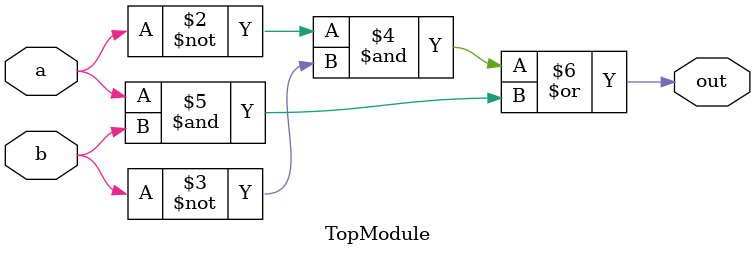
<source format=sv>

`timescale 1ns / 1ps

module TopModule (
  input a,
  input b,
  output out
);

always_comb begin
  out = (~a & ~b) | (a & b);
end

endmodule

// VERILOG-EVAL: errant inclusion of module definition

</source>
